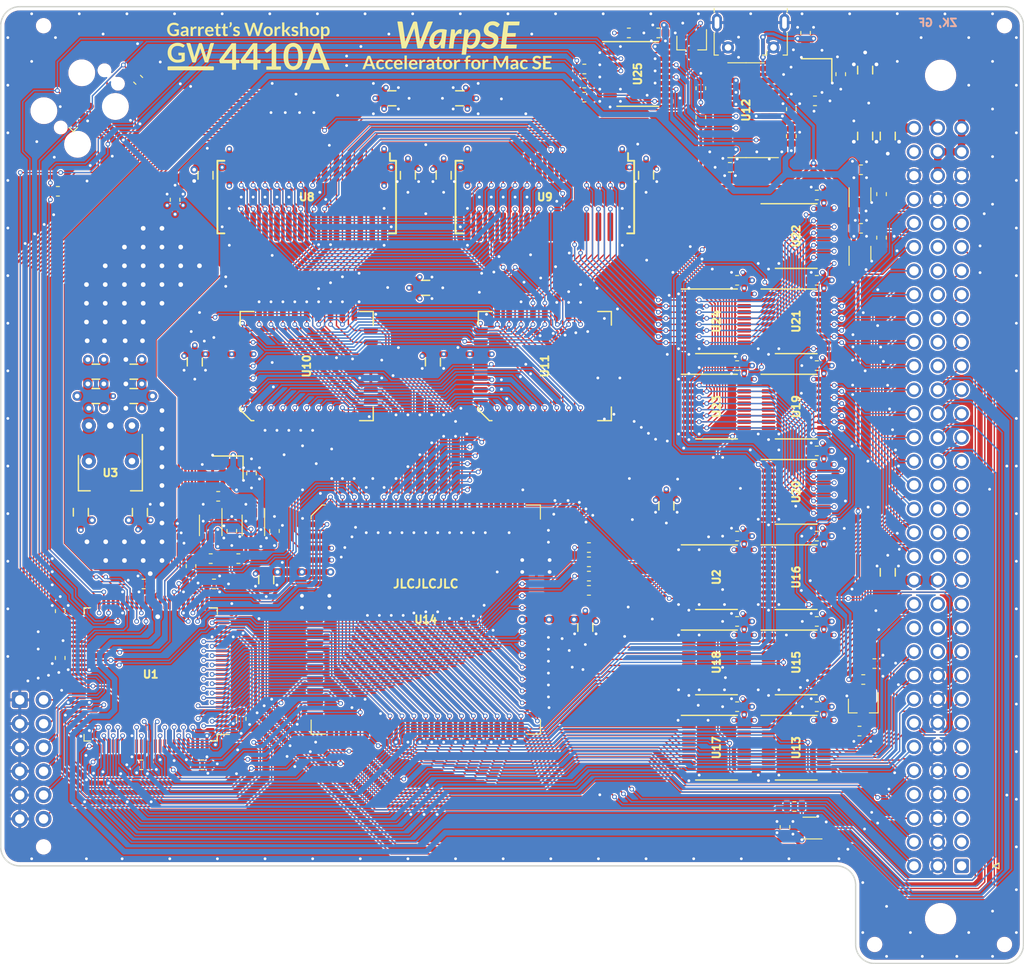
<source format=kicad_pcb>
(kicad_pcb (version 20221018) (generator pcbnew)

  (general
    (thickness 1.6108)
  )

  (paper "A4")
  (layers
    (0 "F.Cu" signal)
    (1 "In1.Cu" power)
    (2 "In2.Cu" power)
    (31 "B.Cu" signal)
    (32 "B.Adhes" user "B.Adhesive")
    (33 "F.Adhes" user "F.Adhesive")
    (34 "B.Paste" user)
    (35 "F.Paste" user)
    (36 "B.SilkS" user "B.Silkscreen")
    (37 "F.SilkS" user "F.Silkscreen")
    (38 "B.Mask" user)
    (39 "F.Mask" user)
    (40 "Dwgs.User" user "User.Drawings")
    (41 "Cmts.User" user "User.Comments")
    (42 "Eco1.User" user "User.Eco1")
    (43 "Eco2.User" user "User.Eco2")
    (44 "Edge.Cuts" user)
    (45 "Margin" user)
    (46 "B.CrtYd" user "B.Courtyard")
    (47 "F.CrtYd" user "F.Courtyard")
    (48 "B.Fab" user)
    (49 "F.Fab" user)
  )

  (setup
    (stackup
      (layer "F.SilkS" (type "Top Silk Screen"))
      (layer "F.Paste" (type "Top Solder Paste"))
      (layer "F.Mask" (type "Top Solder Mask") (thickness 0.01))
      (layer "F.Cu" (type "copper") (thickness 0.035))
      (layer "dielectric 1" (type "core") (thickness 0.2104) (material "FR4") (epsilon_r 4.6) (loss_tangent 0.02))
      (layer "In1.Cu" (type "copper") (thickness 0.0175))
      (layer "dielectric 2" (type "prepreg") (thickness 1.065) (material "FR4") (epsilon_r 4.5) (loss_tangent 0.02))
      (layer "In2.Cu" (type "copper") (thickness 0.0175))
      (layer "dielectric 3" (type "core") (thickness 0.2104) (material "FR4") (epsilon_r 4.6) (loss_tangent 0.02))
      (layer "B.Cu" (type "copper") (thickness 0.035))
      (layer "B.Mask" (type "Bottom Solder Mask") (thickness 0.01))
      (layer "B.Paste" (type "Bottom Solder Paste"))
      (layer "B.SilkS" (type "Bottom Silk Screen"))
      (copper_finish "None")
      (dielectric_constraints no)
    )
    (pad_to_mask_clearance 0.0762)
    (solder_mask_min_width 0.127)
    (pad_to_paste_clearance -0.0381)
    (pcbplotparams
      (layerselection 0x00010fc_ffffffff)
      (plot_on_all_layers_selection 0x0000000_00000000)
      (disableapertmacros false)
      (usegerberextensions true)
      (usegerberattributes false)
      (usegerberadvancedattributes false)
      (creategerberjobfile false)
      (dashed_line_dash_ratio 12.000000)
      (dashed_line_gap_ratio 3.000000)
      (svgprecision 6)
      (plotframeref false)
      (viasonmask false)
      (mode 1)
      (useauxorigin false)
      (hpglpennumber 1)
      (hpglpenspeed 20)
      (hpglpendiameter 15.000000)
      (dxfpolygonmode true)
      (dxfimperialunits true)
      (dxfusepcbnewfont true)
      (psnegative false)
      (psa4output false)
      (plotreference true)
      (plotvalue true)
      (plotinvisibletext false)
      (sketchpadsonfab false)
      (subtractmaskfromsilk true)
      (outputformat 1)
      (mirror false)
      (drillshape 0)
      (scaleselection 1)
      (outputdirectory "gerber/")
    )
  )

  (net 0 "")
  (net 1 "GND")
  (net 2 "+5V")
  (net 3 "+3V3")
  (net 4 "-5V")
  (net 5 "+12V")
  (net 6 "-12V")
  (net 7 "USB5V")
  (net 8 "Net-(U12-XO)")
  (net 9 "Net-(U12-XI)")
  (net 10 "Net-(Q2-B)")
  (net 11 "/Buf/MacA1")
  (net 12 "/Buf/MacA2")
  (net 13 "/Buf/MacA3")
  (net 14 "/Buf/MacA4")
  (net 15 "/Buf/MacA5")
  (net 16 "/Buf/MacA6")
  (net 17 "/Buf/MacA7")
  (net 18 "/Buf/MacA8")
  (net 19 "/Buf/MacA9")
  (net 20 "/Buf/MacA10")
  (net 21 "/Buf/MacA11")
  (net 22 "/Buf/MacA12")
  (net 23 "/Buf/MacA13")
  (net 24 "/Buf/MacA14")
  (net 25 "/Control/~{RESET}")
  (net 26 "/Buf/MacA15")
  (net 27 "/Control/Mac~{AS}")
  (net 28 "/Control/Mac~{UDS}")
  (net 29 "/Control/Mac~{LDS}")
  (net 30 "/Buf/Mac~{R}W")
  (net 31 "/Control/Mac~{DTACK}")
  (net 32 "/Buf/MacA16")
  (net 33 "/Control/Mac~{VMA}")
  (net 34 "/Control/Mac~{VPA}")
  (net 35 "/Buf/MacA17")
  (net 36 "/Buf/MacA18")
  (net 37 "/Buf/MacA19")
  (net 38 "/Buf/MacA20")
  (net 39 "/Buf/MacA21")
  (net 40 "/Buf/MacA22")
  (net 41 "/Buf/MacA23")
  (net 42 "/Control/Mac~{BERR}")
  (net 43 "/Control/~{IPL}2")
  (net 44 "/MC68k/~{IPL}1")
  (net 45 "/MC68k/~{IPL}0")
  (net 46 "unconnected-(J1A-FC2-PadA1)")
  (net 47 "unconnected-(J1A-FC1-PadA2)")
  (net 48 "unconnected-(J1A-FC0-PadA3)")
  (net 49 "unconnected-(J1B-NC-PadB10)")
  (net 50 "unconnected-(J1B-NC-PadB11)")
  (net 51 "unconnected-(J1B-~{HALT}-PadB12)")
  (net 52 "unconnected-(J1B-NC-PadB22)")
  (net 53 "unconnected-(J1B-NC-PadB23)")
  (net 54 "unconnected-(J1B-NC-PadB24)")
  (net 55 "unconnected-(J1B-NC-PadB25)")
  (net 56 "/Control/Mac~{BR}")
  (net 57 "unconnected-(J1B-NC-PadB26)")
  (net 58 "/Buf/MacD0")
  (net 59 "/Buf/MacD1")
  (net 60 "/Buf/MacD2")
  (net 61 "/Buf/MacD3")
  (net 62 "/Buf/MacD4")
  (net 63 "/Buf/MacD5")
  (net 64 "/Buf/MacD6")
  (net 65 "/Buf/MacD7")
  (net 66 "/Buf/MacD8")
  (net 67 "/Buf/MacD9")
  (net 68 "/Buf/MacD10")
  (net 69 "/Buf/MacD11")
  (net 70 "/Buf/MacD12")
  (net 71 "/Buf/MacD13")
  (net 72 "/Buf/MacD14")
  (net 73 "/Buf/MacD15")
  (net 74 "unconnected-(J1B-NC-PadB27)")
  (net 75 "/Control/TMS")
  (net 76 "/Control/TCK")
  (net 77 "unconnected-(J1B-~{EXT.DTK}-PadB28)")
  (net 78 "/Control/TDI")
  (net 79 "unconnected-(J1C-~{BGACK}-PadC4)")
  (net 80 "unconnected-(J1C-~{PMCYC}-PadC11)")
  (net 81 "unconnected-(J1C-NC-PadC31)")
  (net 82 "/Control/TDO")
  (net 83 "unconnected-(J2-Pin_6-Pad6)")
  (net 84 "unconnected-(J2-Pin_7-Pad7)")
  (net 85 "unconnected-(J2-Pin_8-Pad8)")
  (net 86 "/Buf/Aout23")
  (net 87 "Net-(J3-D-)")
  (net 88 "Net-(J3-D+)")
  (net 89 "/Clk.sch/MCLK")
  (net 90 "unconnected-(J3-ID-Pad4)")
  (net 91 "Net-(Q1-B)")
  (net 92 "/Control/Acc~{VPA}")
  (net 93 "/Control/Acc~{BERR}")
  (net 94 "/Buf/Din~{OE}")
  (net 95 "/Buf/Dout~{OE}")
  (net 96 "/Buf/Aout~{OE}")
  (net 97 "/Buf/DinLE")
  (net 98 "/Buf/ADoutLE0")
  (net 99 "/Buf/ADoutLE1")
  (net 100 "/Buf/AccA5")
  (net 101 "/Buf/AccA6")
  (net 102 "/Buf/AccA7")
  (net 103 "/Buf/AccA8")
  (net 104 "/Buf/AccA9")
  (net 105 "/Control/U~{WE}")
  (net 106 "/Control/L~{WE}")
  (net 107 "/Control/~{RAS}")
  (net 108 "/Control/RA11")
  (net 109 "Net-(U6-Q)")
  (net 110 "/Buf/AccA10")
  (net 111 "/Control/RA9")
  (net 112 "/Control/RA10")
  (net 113 "/Control/RA8")
  (net 114 "/Control/RA0")
  (net 115 "/Control/RA7")
  (net 116 "/Control/RA1")
  (net 117 "/Buf/AccA11")
  (net 118 "/Control/RA6")
  (net 119 "/Control/RA2")
  (net 120 "/Control/RA5")
  (net 121 "/Control/RA3")
  (net 122 "/Control/RA4")
  (net 123 "/Buf/AccA12")
  (net 124 "/Control/~{OE}")
  (net 125 "/Control/~{CAS}")
  (net 126 "/Control/ROM~{CS}")
  (net 127 "/Control/ROM~{WE}")
  (net 128 "/Control/Acc~{UDS}")
  (net 129 "/Control/Acc~{AS}")
  (net 130 "/Control/Acc~{LDS}")
  (net 131 "/Buf/AccA13")
  (net 132 "/Control/Acc~{DTACK}")
  (net 133 "/Buf/AccA14")
  (net 134 "/Buf/AccA15")
  (net 135 "/Buf/AccA16")
  (net 136 "/Buf/AccA17")
  (net 137 "/Buf/AccA18")
  (net 138 "/Buf/AccA19")
  (net 139 "/Buf/AccA20")
  (net 140 "/Buf/AccA21")
  (net 141 "/Buf/AccA22")
  (net 142 "/Buf/AccA23")
  (net 143 "/Buf/Acc~{R}W")
  (net 144 "Net-(U7-Q)")
  (net 145 "/Clk.sch/FCLK")
  (net 146 "/Control/DBG5")
  (net 147 "Net-(U5-Output)")
  (net 148 "Net-(U6-CK)")
  (net 149 "/Control/Mac~{BG}")
  (net 150 "Net-(U12-RXD)")
  (net 151 "/Prog/TCKrc")
  (net 152 "/Control/DBG3")
  (net 153 "/Control/DBG2")
  (net 154 "/Control/DBG0")
  (net 155 "/Buf/AccD6")
  (net 156 "/Buf/AccD7")
  (net 157 "/Buf/AccD5")
  (net 158 "/Buf/AccD3")
  (net 159 "/Buf/AccD1")
  (net 160 "/Buf/AccD2")
  (net 161 "/Buf/AccD4")
  (net 162 "/Buf/AccD14")
  (net 163 "/Buf/AccD15")
  (net 164 "/Buf/AccD13")
  (net 165 "/Buf/AccD11")
  (net 166 "/Buf/AccD9")
  (net 167 "/Buf/AccD8")
  (net 168 "/Buf/AccD10")
  (net 169 "/Buf/AccD12")
  (net 170 "/Buf/AccA1")
  (net 171 "/Buf/AccA2")
  (net 172 "/Buf/AccA3")
  (net 173 "/Control/CK20EN")
  (net 174 "/Control/DBG1")
  (net 175 "/Control/DBG4")
  (net 176 "unconnected-(U1-I{slash}O{slash}GSR-Pad99)")
  (net 177 "Net-(U16-D7)")
  (net 178 "Net-(U16-D6)")
  (net 179 "Net-(U16-D5)")
  (net 180 "/Buf/AccA4")
  (net 181 "Net-(U16-D4)")
  (net 182 "Net-(U16-D3)")
  (net 183 "Net-(U16-D2)")
  (net 184 "Net-(U16-D1)")
  (net 185 "Net-(U16-D0)")
  (net 186 "Net-(U6-D)")
  (net 187 "Net-(U7-D)")
  (net 188 "/Buf/AccD0")
  (net 189 "/Prog/UTDO")
  (net 190 "Net-(U13-D0)")
  (net 191 "Net-(U13-D1)")
  (net 192 "Net-(U13-D2)")
  (net 193 "Net-(U13-D3)")
  (net 194 "Net-(U13-D4)")
  (net 195 "Net-(U13-D5)")
  (net 196 "Net-(U13-D6)")
  (net 197 "Net-(U13-D7)")
  (net 198 "unconnected-(U14-BG-Pad11)")
  (net 199 "unconnected-(U14-NC-Pad18)")
  (net 200 "unconnected-(U14-VMA-Pad21)")
  (net 201 "unconnected-(U14-E-Pad22)")
  (net 202 "unconnected-(U14-FC2-Pad28)")
  (net 203 "unconnected-(U14-FC1-Pad29)")
  (net 204 "unconnected-(U14-FC0-Pad30)")
  (net 205 "unconnected-(U14-NC-Pad31)")
  (net 206 "Net-(U15-D0)")
  (net 207 "Net-(U15-D1)")
  (net 208 "Net-(U15-D2)")
  (net 209 "Net-(U15-D3)")
  (net 210 "Net-(U15-D4)")
  (net 211 "Net-(U15-D5)")
  (net 212 "Net-(U15-D6)")
  (net 213 "Net-(U15-D7)")
  (net 214 "Net-(U19-D0)")
  (net 215 "/Prog/UTCK")
  (net 216 "Net-(U19-D1)")
  (net 217 "/Prog/JTAG~{OE}")
  (net 218 "/Buf/Aout22")
  (net 219 "Net-(U19-D2)")
  (net 220 "/Prog/UTMS")
  (net 221 "/Prog/UTDI")
  (net 222 "Net-(U19-D3)")
  (net 223 "Net-(U19-D4)")
  (net 224 "Net-(U19-D5)")
  (net 225 "Net-(U19-D6)")
  (net 226 "Net-(U19-D7)")
  (net 227 "Net-(U21-D0)")
  (net 228 "Net-(U21-D1)")
  (net 229 "Net-(U21-D2)")
  (net 230 "Net-(U21-D3)")
  (net 231 "Net-(U21-D4)")
  (net 232 "Net-(U21-D5)")
  (net 233 "Net-(U21-D6)")
  (net 234 "Net-(U21-D7)")
  (net 235 "/Clk.sch/MCKE")
  (net 236 "/Buf/GA23")
  (net 237 "/Buf/GA22")
  (net 238 "unconnected-(U26-NC-Pad1)")
  (net 239 "/ClkBuf/E")
  (net 240 "/ClkBuf/BE")
  (net 241 "unconnected-(U27-NC-Pad1)")
  (net 242 "/ClkBuf/C8M")
  (net 243 "/ClkBuf/BC8M")
  (net 244 "unconnected-(U28-NC-Pad1)")
  (net 245 "/ClkBuf/C16M")
  (net 246 "/ClkBuf/BC16M")
  (net 247 "Net-(U28-Y)")
  (net 248 "Net-(U27-Y)")
  (net 249 "Net-(U26-Y)")
  (net 250 "Net-(Q2-C)")
  (net 251 "/Prog/TCKru")

  (footprint "stdpads:C_0805" (layer "F.Cu") (at 113.4 76.8))

  (footprint "stdpads:C_0805" (layer "F.Cu") (at 117.45 76.8))

  (footprint "stdpads:C_0805" (layer "F.Cu") (at 117.45 79.4))

  (footprint "stdpads:C_0805" (layer "F.Cu") (at 113.4 79.4))

  (footprint "stdpads:TQFP-100_14x14mm_P0.5mm" (layer "F.Cu") (at 119.25 109.1 90))

  (footprint "stdpads:C_0805" (layer "F.Cu") (at 195.453 44.616 90))

  (footprint "stdpads:C_0805" (layer "F.Cu") (at 195.453 51.65 -90))

  (footprint "stdpads:C_0805" (layer "F.Cu") (at 197.866 51.65 -90))

  (footprint "stdpads:SOJ-28_300mil" (layer "F.Cu") (at 161.29 58.166 -90))

  (footprint "stdpads:DIN41612_R_3x32_Male_Vertical_THT" (layer "F.Cu") (at 205.74 129.54 180))

  (footprint "stdpads:C_0603" (layer "F.Cu") (at 126 99.45))

  (footprint "stdpads:TSSOP-20_4.4x6.5mm_P0.65mm" (layer "F.Cu") (at 179.6 98.725 -90))

  (footprint "stdpads:C_0603" (layer "F.Cu") (at 181.8 94.35 180))

  (footprint "stdpads:C_0603" (layer "F.Cu") (at 190.3 57.95 180))

  (footprint "stdpads:C_0603" (layer "F.Cu") (at 190.3 94.35 180))

  (footprint "stdpads:C_0603" (layer "F.Cu") (at 190.3 85.25 180))

  (footprint "stdpads:C_0603" (layer "F.Cu") (at 181.8 112.55 180))

  (footprint "stdpads:C_0603" (layer "F.Cu") (at 190.3 112.55 180))

  (footprint "stdpads:C_0603" (layer "F.Cu") (at 190.3 67.05 180))

  (footprint "stdpads:C_0603" (layer "F.Cu") (at 181.8 67.05 180))

  (footprint "stdpads:C_0603" (layer "F.Cu") (at 181.8 76.15 180))

  (footprint "stdpads:C_0603" (layer "F.Cu") (at 181.8 103.45 180))

  (footprint "stdpads:C_0603" (layer "F.Cu") (at 190.3 103.45 180))

  (footprint "stdpads:C_0805" (layer "F.Cu") (at 197.866 98.21 90))

  (footprint "stdpads:C_0805" (layer "F.Cu") (at 131.572 99.021 -90))

  (footprint "stdpads:C_0805" (layer "F.Cu") (at 165.608 104.101 -90))

  (footprint "stdpads:TSSOP-20_4.4x6.5mm_P0.65mm" (layer "F.Cu") (at 179.6 71.425 -90))

  (footprint "stdpads:TSSOP-20_4.4x6.5mm_P0.65mm" (layer "F.Cu") (at 179.6 80.525 -90))

  (footprint "stdpads:TSSOP-20_4.4x6.5mm_P0.65mm" (layer "F.Cu") (at 188.1 62.325 -90))

  (footprint "stdpads:TSSOP-20_4.4x6.5mm_P0.65mm" (layer "F.Cu") (at 188.1 71.425 -90))

  (footprint "stdpads:TSSOP-20_4.4x6.5mm_P0.65mm" (layer "F.Cu") (at 188.1 89.625 -90))

  (footprint "stdpads:TSSOP-20_4.4x6.5mm_P0.65mm" (layer "F.Cu")
    (tstamp 00000000-0000-0000-0000-000061aa2d14)
    (at 188.1 80.525 -90)
    (descr "20-Lead Plastic Thin Shrink Small Outline (ST)-4.4 mm Body [TSSOP] (see Microchip Packaging Specification 00000049BS.pdf)")
    (tags "SSOP 0.65")
    (property "LCSC Part" "C141311")
    (property "Sheetfile" "Buf.kicad_sch")
    (property "Sheetname" "Buf")
    (path "/00000000-0000-0000-0000-000060941922/00000000-0000-0000-0000-000060976b52")
    (solder_mask_margin 0.024)
    (solder_paste_margin -0.04)
    (attr smd)
    (fp_text reference "U19" (at 0 0 90) (layer "F.Fab")
        (effects (font (size 0.8128 0.8128) (thickness 0.2032)))
      (tstamp fd32b39d-0c5c-40da-8566-d8874c857daa)
    )
    (fp_text value "74AHCT573PW" (at 0 1.016 90) (layer "F.Fab")
        (effects (font (size 0.508 0.508) (thickness 0.127)))
      (tstamp a89603c6-9dd4-42d0-ba89-7693fb0e534f)
    )
    (fp_text user "${REFERENCE}" (at 0 0 -90) (layer "F.SilkS")
        (effects (font (size 0.8128 0.8128) (thickness 0.2032)))
      (tstamp b4677062-1a58-4cd1-8c49-8e6ee1db50db)
    )
    (fp_line (start -3.45 3.75) (end -3.45 -2.225)
      (stroke (width 0.15) (type solid)) (layer "F.SilkS") (tstamp cc6a08f5-9364-4208-82da-0950ddc94181))
    (fp_line (start 3.45 2.225) (end 3.45 -2.225)
      (stroke (width 0.15) (type solid)) (layer "F.SilkS") (tstamp dd0942b5-73f5-4d58-9719-f8e7cfad6441))
    (fp_line (start -3.55 -3.95) (end 3.55 -3.95)
      (stroke (width 0.05) (type solid)) (layer "F.CrtYd") (tstamp ca99dceb-c13f-4102-bdfb-acbbc31807f6))
    (fp_line (start -3.55 3.95) (end -3.55 -3.95)
      (stroke (width 0.05) (type solid)) (layer "F.CrtYd") (tstamp 685e6b09-1fce-40bd-bbb9-bf17c1261e27))
    (fp_line (start -3.55 3.95) (end 3.55 3.95)
      (stroke (width 0.05) (type solid)) (layer "F.CrtYd") (tstamp 560a6d39-7a2e-4414-bf88-88019ac3947d))
    (fp_line (start 3.55 3.95) (end 3.55 -3.95)
      (stroke (width 0.05) (type solid)) (layer "F.CrtYd") (tstamp 00609dda-4778-4938-a7a3-63b03b9f50b7))
    (fp_line (start -3.25 -2.2) (end 3.25 -2.2)
      (stroke (width 0.15) (type solid)) (layer "F.Fab") (tstamp 99295dd9-c806-44e0-b278-090c7fe7b956))
    (fp_line (start -3.25 1.2) (end -3.25 -2.2)
      (stroke (width 0.15) (type solid)) (layer "F.Fab") (tstamp 17afc3b8-7186-4f74-a4b8-f6c2ab86d56f))
    (fp_line (start -2.25 2.2) (end -3.25 1.2)
      (stroke (width 0.15) (type solid)) (layer "F.Fab") (tstamp b7a36720-8130-4431-b8e5-822ff0488638))
    (fp_line (start 3.25 -2.2) (end 3.25 2.2)
      (stroke (width 0.15) (type solid)) (layer "F.Fab") (tstamp 98e82803-e111-403c-99fc-c6fad8b3bb7a))
    (fp_line (start 3.25 2.2) (end -2.25 2.2)
      (stroke (width 0.15) (type solid)) (layer "F.Fab") (tstamp 511db682-caa0-481f-a2ec-b06233e0fe90))
    (pad "1" smd roundrect (at -2.925 2.95) (size 1.45 0.45) (layers "F.Cu" "F.Paste" "F.Mask") (roundrect_rratio 0.25)
      (net 95 "/Buf/Dout~{OE}") (pinfunction "~{OE}") (pintype "input") (tstamp 9a304bd5-312b-4bc9-81fa-da1f7ff0c9a7))
    (pad "2" smd roundrect (at -2.275 2.95) (size 1.45 0.45) (layers "F.Cu" "F.Paste" "F.Mask") (roundrect_rratio 0.25)
      (net 214 "Net-(U19-D0)") (pinfunction "D0") (pintype "input") (tstamp e62a85fc-ff84-4a76-9de1-ad8398f7147c))
    (pad "3" smd roundrect (at -1.625 2.95) (size 1.45 0.45) (layers "F.Cu" "F.Paste" "F.Mask") (roundrect_rratio 0.25)
      (net 216 "Net-(U19-D1)") (pinfunction "D1") (pintype "input") (tstamp bce0c445-5bcd-4f04-ba80-3b35e9266c80))
    (pad "4" smd roundrect (at -0.975 2.95) (size 1.45 0.45) (layers "F.Cu" "F.Paste" "F.Mask") (roundrect_rratio 0.25)
      (net 219 "Net-(U19-D2)") (pinfunction "D2") (pintype "input") (tstamp 4c802b9c-9190-4d50-ba43-fba751b21240))
    (pad "5" smd roundrect (at -0.325 2.95) (size 1.45 0.45) (layers "F.Cu" "F.Paste" "F.Mask") (roundrect_rratio 0.25)
      (net 222 "Net-(U19-D3)") (pinfunction "D3") (pintype "input") (tstamp abbc36ce-dcc2-4226-8574-ae66c161d961))
    (pad "6" smd roundrect (at 0.325 2.95) (size 1.45 0.45) (layers "F.Cu" "F.Paste" "F.Mask") (roundrect_rratio 0.25)
      (net 223 "Net-(U19-D4)") (pinfunction "D4") (pintype "input") (tstamp c27da4e3-6fff-4e14-87e2-d52a6389bf97))
    (pad "7" smd roundrect (at 0.975 2.95) (size 1.45 0.45) (laye
... [5610167 chars truncated]
</source>
